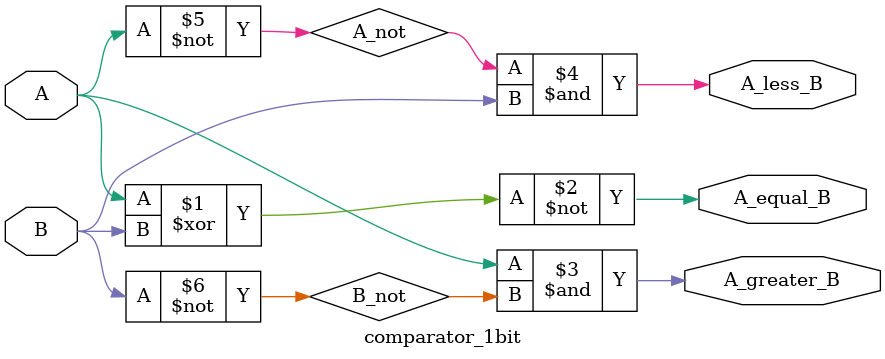
<source format=v>
module comparator_1bit (
    input A, B,
    output A_greater_B, A_less_B, A_equal_B
);
    wire A_not, B_not, xnor_out;

    // Not gates
    not A1 (A_not, A);
    not A2(B_not, B);

    xnor (A_equal_B, A, B); // A=B
    and (A_greater_B, A, B_not);  // A > B
    and (A_less_B, A_not, B);   // A < B
endmodule

</source>
